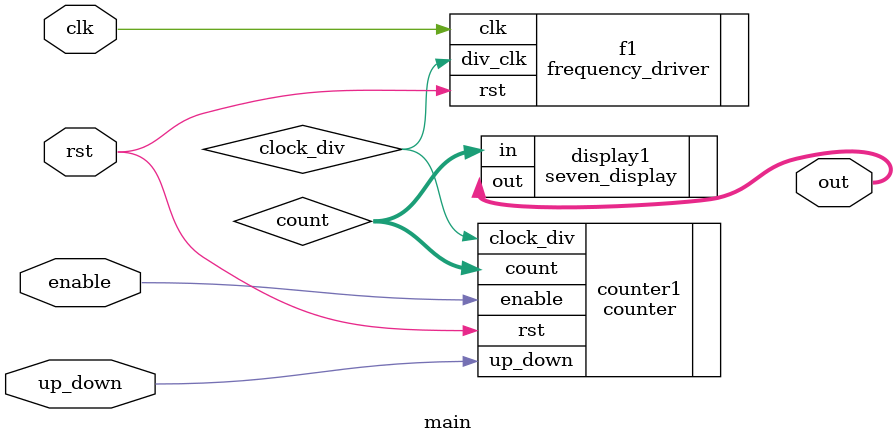
<source format=v>
module main(clk, rst, enable, up_down, out);
input clk, rst, enable, up_down;
output [6:0] out; // 不需要使用 reg 因為沒有要在 always 中使用

wire clock_div;
wire [3:0] count;

frequency_driver f1(
	.clk(clk),
	.rst(rst),
	.div_clk(clock_div));
	
counter counter1(
	.clock_div(clock_div), // 非用 fpga 請將 clock_div 換成 clk
	.rst(rst),
	.enable(enable),
	.up_down(up_down),
	.count(count)); // 記得要多輸出端也要連接

seven_display display1(
	.in(count),
	.out(out));
	
endmodule
</source>
